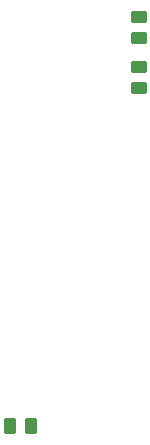
<source format=gbr>
%TF.GenerationSoftware,KiCad,Pcbnew,7.0.6-0*%
%TF.CreationDate,2023-09-14T10:30:18+10:00*%
%TF.ProjectId,Main 3.1,4d61696e-2033-42e3-912e-6b696361645f,rev?*%
%TF.SameCoordinates,Original*%
%TF.FileFunction,Paste,Bot*%
%TF.FilePolarity,Positive*%
%FSLAX46Y46*%
G04 Gerber Fmt 4.6, Leading zero omitted, Abs format (unit mm)*
G04 Created by KiCad (PCBNEW 7.0.6-0) date 2023-09-14 10:30:18*
%MOMM*%
%LPD*%
G01*
G04 APERTURE LIST*
G04 Aperture macros list*
%AMRoundRect*
0 Rectangle with rounded corners*
0 $1 Rounding radius*
0 $2 $3 $4 $5 $6 $7 $8 $9 X,Y pos of 4 corners*
0 Add a 4 corners polygon primitive as box body*
4,1,4,$2,$3,$4,$5,$6,$7,$8,$9,$2,$3,0*
0 Add four circle primitives for the rounded corners*
1,1,$1+$1,$2,$3*
1,1,$1+$1,$4,$5*
1,1,$1+$1,$6,$7*
1,1,$1+$1,$8,$9*
0 Add four rect primitives between the rounded corners*
20,1,$1+$1,$2,$3,$4,$5,0*
20,1,$1+$1,$4,$5,$6,$7,0*
20,1,$1+$1,$6,$7,$8,$9,0*
20,1,$1+$1,$8,$9,$2,$3,0*%
G04 Aperture macros list end*
%ADD10RoundRect,0.250000X-0.450000X0.262500X-0.450000X-0.262500X0.450000X-0.262500X0.450000X0.262500X0*%
%ADD11RoundRect,0.250000X-0.262500X-0.450000X0.262500X-0.450000X0.262500X0.450000X-0.262500X0.450000X0*%
%ADD12RoundRect,0.250000X0.450000X-0.262500X0.450000X0.262500X-0.450000X0.262500X-0.450000X-0.262500X0*%
G04 APERTURE END LIST*
D10*
%TO.C,R4*%
X155000000Y-209087500D03*
X155000000Y-210912500D03*
%TD*%
D11*
%TO.C,R2*%
X144087500Y-239500000D03*
X145912500Y-239500000D03*
%TD*%
D12*
%TO.C,R6*%
X155000000Y-206662500D03*
X155000000Y-204837500D03*
%TD*%
M02*

</source>
